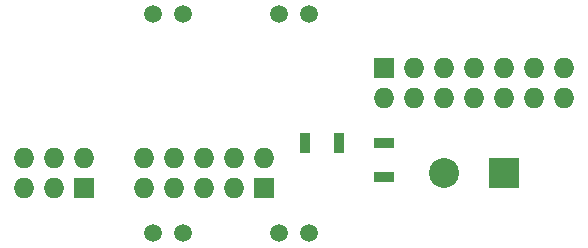
<source format=gbr>
G04 #@! TF.FileFunction,Soldermask,Top*
%FSLAX46Y46*%
G04 Gerber Fmt 4.6, Leading zero omitted, Abs format (unit mm)*
G04 Created by KiCad (PCBNEW 4.0.2+dfsg1-stable) date Sat 09 Apr 2016 11:20:45 AM EDT*
%MOMM*%
G01*
G04 APERTURE LIST*
%ADD10C,0.100000*%
%ADD11R,1.727200X1.727200*%
%ADD12O,1.727200X1.727200*%
%ADD13R,0.900000X1.700000*%
%ADD14R,1.700000X0.900000*%
%ADD15R,2.540000X2.540000*%
%ADD16C,2.540000*%
%ADD17C,1.500000*%
G04 APERTURE END LIST*
D10*
D11*
X-3810000Y3810000D03*
D12*
X-3810000Y6350000D03*
X-6350000Y3810000D03*
X-6350000Y6350000D03*
X-8890000Y3810000D03*
X-8890000Y6350000D03*
X-11430000Y3810000D03*
X-11430000Y6350000D03*
X-13970000Y3810000D03*
X-13970000Y6350000D03*
D11*
X6350000Y13970000D03*
D12*
X6350000Y11430000D03*
X8890000Y13970000D03*
X8890000Y11430000D03*
X11430000Y13970000D03*
X11430000Y11430000D03*
X13970000Y13970000D03*
X13970000Y11430000D03*
X16510000Y13970000D03*
X16510000Y11430000D03*
X19050000Y13970000D03*
X19050000Y11430000D03*
X21590000Y13970000D03*
X21590000Y11430000D03*
D11*
X-19050000Y3810000D03*
D12*
X-19050000Y6350000D03*
X-21590000Y3810000D03*
X-21590000Y6350000D03*
X-24130000Y3810000D03*
X-24130000Y6350000D03*
D13*
X-360000Y7620000D03*
X2540000Y7620000D03*
D14*
X6350000Y7620000D03*
X6350000Y4720000D03*
D15*
X16510000Y5080000D03*
D16*
X11430000Y5080000D03*
D17*
X-13208000Y0D03*
X-10668000Y0D03*
X0Y0D03*
X-2540000Y0D03*
X-13208000Y18542000D03*
X-10668000Y18542000D03*
X0Y18542000D03*
X-2540000Y18542000D03*
M02*

</source>
